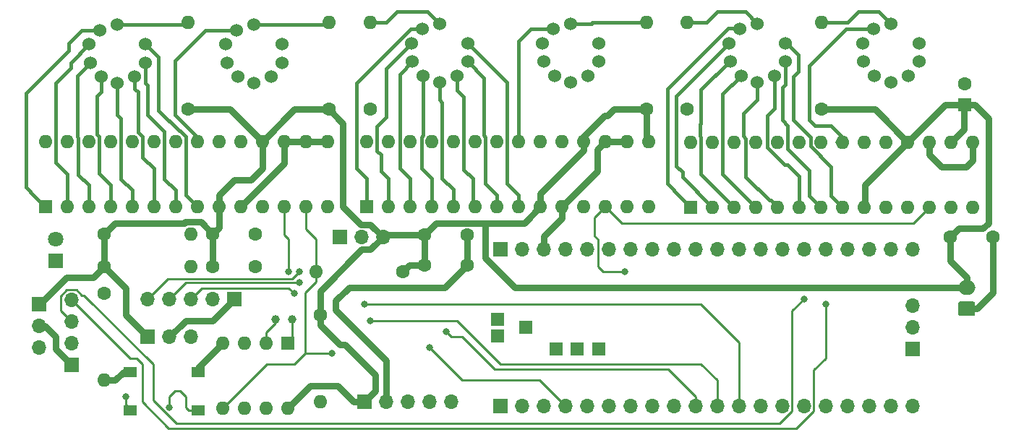
<source format=gtl>
%TF.GenerationSoftware,KiCad,Pcbnew,(5.1.6)-1*%
%TF.CreationDate,2022-10-31T22:29:44+09:00*%
%TF.ProjectId,watch,77617463-682e-46b6-9963-61645f706362,rev?*%
%TF.SameCoordinates,Original*%
%TF.FileFunction,Copper,L1,Top*%
%TF.FilePolarity,Positive*%
%FSLAX46Y46*%
G04 Gerber Fmt 4.6, Leading zero omitted, Abs format (unit mm)*
G04 Created by KiCad (PCBNEW (5.1.6)-1) date 2022-10-31 22:29:44*
%MOMM*%
%LPD*%
G01*
G04 APERTURE LIST*
%TA.AperFunction,ComponentPad*%
%ADD10C,1.000000*%
%TD*%
%TA.AperFunction,ComponentPad*%
%ADD11O,1.700000X1.700000*%
%TD*%
%TA.AperFunction,ComponentPad*%
%ADD12R,1.700000X1.700000*%
%TD*%
%TA.AperFunction,ComponentPad*%
%ADD13C,1.524000*%
%TD*%
%TA.AperFunction,ComponentPad*%
%ADD14O,1.600000X1.600000*%
%TD*%
%TA.AperFunction,ComponentPad*%
%ADD15R,1.600000X1.600000*%
%TD*%
%TA.AperFunction,SMDPad,CuDef*%
%ADD16R,1.500000X1.500000*%
%TD*%
%TA.AperFunction,SMDPad,CuDef*%
%ADD17R,1.550000X1.300000*%
%TD*%
%TA.AperFunction,ComponentPad*%
%ADD18C,1.600000*%
%TD*%
%TA.AperFunction,ComponentPad*%
%ADD19O,2.000000X1.700000*%
%TD*%
%TA.AperFunction,ComponentPad*%
%ADD20C,1.800000*%
%TD*%
%TA.AperFunction,ComponentPad*%
%ADD21R,1.800000X1.800000*%
%TD*%
%TA.AperFunction,ViaPad*%
%ADD22C,0.800000*%
%TD*%
%TA.AperFunction,Conductor*%
%ADD23C,0.800000*%
%TD*%
%TA.AperFunction,Conductor*%
%ADD24C,0.250000*%
%TD*%
%TA.AperFunction,Conductor*%
%ADD25C,0.400000*%
%TD*%
%TA.AperFunction,Conductor*%
%ADD26C,0.300000*%
%TD*%
G04 APERTURE END LIST*
D10*
%TO.P,Y1,1*%
%TO.N,Net-(U3-Pad1)*%
X51816000Y-56896000D03*
%TO.P,Y1,2*%
%TO.N,Net-(U3-Pad2)*%
X49916000Y-56896000D03*
%TD*%
D11*
%TO.P,J4,5*%
%TO.N,/1PPS*%
X70485000Y-66548000D03*
%TO.P,J4,4*%
%TO.N,/0TXD*%
X67945000Y-66548000D03*
%TO.P,J4,3*%
%TO.N,/0RXD*%
X65405000Y-66548000D03*
%TO.P,J4,2*%
%TO.N,GND*%
X62865000Y-66548000D03*
D12*
%TO.P,J4,1*%
%TO.N,+5V*%
X60325000Y-66548000D03*
%TD*%
D11*
%TO.P,JP2,3*%
%TO.N,+3V3*%
X40005000Y-58928000D03*
%TO.P,JP2,2*%
%TO.N,Net-(J2-Pad1)*%
X37465000Y-58928000D03*
D12*
%TO.P,JP2,1*%
%TO.N,+5V*%
X34925000Y-58928000D03*
%TD*%
D11*
%TO.P,J3,4*%
%TO.N,/I2C1SDA*%
X26035000Y-54610000D03*
%TO.P,J3,3*%
%TO.N,/I2C1SCL*%
X26035000Y-57150000D03*
%TO.P,J3,2*%
%TO.N,GND*%
X26035000Y-59690000D03*
D12*
%TO.P,J3,1*%
%TO.N,Net-(J3-Pad1)*%
X26035000Y-62230000D03*
%TD*%
D13*
%TO.P,U9,9*%
%TO.N,Net-(U6-Pad28)*%
X87757000Y-24511000D03*
%TO.P,U9,8*%
%TO.N,Net-(U6-Pad27)*%
X87757000Y-26670000D03*
%TO.P,U9,7*%
%TO.N,Net-(U6-Pad26)*%
X86487000Y-28321000D03*
%TO.P,U9,6*%
%TO.N,Net-(U6-Pad25)*%
X84455000Y-29083000D03*
%TO.P,U9,5*%
%TO.N,Net-(U6-Pad24)*%
X82550000Y-28321000D03*
%TO.P,U9,4*%
%TO.N,Net-(U6-Pad23)*%
X81280000Y-26670000D03*
%TO.P,U9,3*%
%TO.N,Net-(U6-Pad22)*%
X81153000Y-24511000D03*
%TO.P,U9,2*%
%TO.N,Net-(U6-Pad21)*%
X82423000Y-22860000D03*
%TO.P,U9,1*%
%TO.N,Net-(R10-Pad2)*%
X84455000Y-22225000D03*
%TD*%
D14*
%TO.P,U6,28*%
%TO.N,Net-(U6-Pad28)*%
X60590000Y-36072000D03*
%TO.P,U6,14*%
%TO.N,Net-(U6-Pad14)*%
X93610000Y-43692000D03*
%TO.P,U6,27*%
%TO.N,Net-(U6-Pad27)*%
X63130000Y-36072000D03*
%TO.P,U6,13*%
%TO.N,SDA*%
X91070000Y-43692000D03*
%TO.P,U6,26*%
%TO.N,Net-(U6-Pad26)*%
X65670000Y-36072000D03*
%TO.P,U6,12*%
%TO.N,SCK*%
X88530000Y-43692000D03*
%TO.P,U6,25*%
%TO.N,Net-(U6-Pad25)*%
X68210000Y-36072000D03*
%TO.P,U6,11*%
%TO.N,Net-(U6-Pad11)*%
X85990000Y-43692000D03*
%TO.P,U6,24*%
%TO.N,Net-(U6-Pad24)*%
X70750000Y-36072000D03*
%TO.P,U6,10*%
%TO.N,GND*%
X83450000Y-43692000D03*
%TO.P,U6,23*%
%TO.N,Net-(U6-Pad23)*%
X73290000Y-36072000D03*
%TO.P,U6,9*%
%TO.N,+5V*%
X80910000Y-43692000D03*
%TO.P,U6,22*%
%TO.N,Net-(U6-Pad22)*%
X75830000Y-36072000D03*
%TO.P,U6,8*%
%TO.N,Net-(U6-Pad8)*%
X78370000Y-43692000D03*
%TO.P,U6,21*%
%TO.N,Net-(U6-Pad21)*%
X78370000Y-36072000D03*
%TO.P,U6,7*%
%TO.N,Net-(U6-Pad7)*%
X75830000Y-43692000D03*
%TO.P,U6,20*%
%TO.N,Net-(U6-Pad20)*%
X80910000Y-36072000D03*
%TO.P,U6,6*%
%TO.N,Net-(U6-Pad6)*%
X73290000Y-43692000D03*
%TO.P,U6,19*%
%TO.N,Net-(U6-Pad19)*%
X83450000Y-36072000D03*
%TO.P,U6,5*%
%TO.N,Net-(U6-Pad5)*%
X70750000Y-43692000D03*
%TO.P,U6,18*%
%TO.N,+5V*%
X85990000Y-36072000D03*
%TO.P,U6,4*%
%TO.N,Net-(U6-Pad4)*%
X68210000Y-43692000D03*
%TO.P,U6,17*%
%TO.N,GND*%
X88530000Y-36072000D03*
%TO.P,U6,3*%
%TO.N,Net-(U6-Pad3)*%
X65670000Y-43692000D03*
%TO.P,U6,16*%
%TO.N,GND*%
X91070000Y-36072000D03*
%TO.P,U6,2*%
%TO.N,Net-(U6-Pad2)*%
X63130000Y-43692000D03*
%TO.P,U6,15*%
%TO.N,+5V*%
X93610000Y-36072000D03*
D15*
%TO.P,U6,1*%
%TO.N,Net-(U6-Pad1)*%
X60590000Y-43692000D03*
%TD*%
D13*
%TO.P,U5,9*%
%TO.N,Net-(U2-Pad28)*%
X50673000Y-24638000D03*
%TO.P,U5,8*%
%TO.N,Net-(U2-Pad27)*%
X50673000Y-26797000D03*
%TO.P,U5,7*%
%TO.N,Net-(U2-Pad26)*%
X49403000Y-28448000D03*
%TO.P,U5,6*%
%TO.N,Net-(U2-Pad25)*%
X47371000Y-29210000D03*
%TO.P,U5,5*%
%TO.N,Net-(U2-Pad24)*%
X45466000Y-28448000D03*
%TO.P,U5,4*%
%TO.N,Net-(U2-Pad23)*%
X44196000Y-26797000D03*
%TO.P,U5,3*%
%TO.N,Net-(U2-Pad22)*%
X44069000Y-24638000D03*
%TO.P,U5,2*%
%TO.N,Net-(U2-Pad21)*%
X45339000Y-22987000D03*
%TO.P,U5,1*%
%TO.N,Net-(R8-Pad2)*%
X47371000Y-22352000D03*
%TD*%
%TO.P,U11,9*%
%TO.N,Net-(U11-Pad9)*%
X125222000Y-24511000D03*
%TO.P,U11,8*%
%TO.N,Net-(U11-Pad8)*%
X125222000Y-26670000D03*
%TO.P,U11,7*%
%TO.N,Net-(U11-Pad7)*%
X123952000Y-28321000D03*
%TO.P,U11,6*%
%TO.N,Net-(U11-Pad6)*%
X121920000Y-29083000D03*
%TO.P,U11,5*%
%TO.N,Net-(U11-Pad5)*%
X120015000Y-28321000D03*
%TO.P,U11,4*%
%TO.N,Net-(U11-Pad4)*%
X118745000Y-26670000D03*
%TO.P,U11,3*%
%TO.N,Net-(U11-Pad3)*%
X118618000Y-24511000D03*
%TO.P,U11,2*%
%TO.N,Net-(U11-Pad2)*%
X119888000Y-22860000D03*
%TO.P,U11,1*%
%TO.N,Net-(R12-Pad2)*%
X121920000Y-22225000D03*
%TD*%
%TO.P,U10,9*%
%TO.N,Net-(U10-Pad9)*%
X109600000Y-24511000D03*
%TO.P,U10,8*%
%TO.N,Net-(U10-Pad8)*%
X109600000Y-26670000D03*
%TO.P,U10,7*%
%TO.N,Net-(U10-Pad7)*%
X108330000Y-28321000D03*
%TO.P,U10,6*%
%TO.N,Net-(U10-Pad6)*%
X106298000Y-29083000D03*
%TO.P,U10,5*%
%TO.N,Net-(U10-Pad5)*%
X104393000Y-28321000D03*
%TO.P,U10,4*%
%TO.N,Net-(U10-Pad4)*%
X103123000Y-26670000D03*
%TO.P,U10,3*%
%TO.N,Net-(U10-Pad3)*%
X102996000Y-24511000D03*
%TO.P,U10,2*%
%TO.N,Net-(U10-Pad2)*%
X104266000Y-22860000D03*
%TO.P,U10,1*%
%TO.N,Net-(R11-Pad2)*%
X106298000Y-22225000D03*
%TD*%
%TO.P,U8,9*%
%TO.N,Net-(U6-Pad8)*%
X72412000Y-24509000D03*
%TO.P,U8,8*%
%TO.N,Net-(U6-Pad7)*%
X72412000Y-26668000D03*
%TO.P,U8,7*%
%TO.N,Net-(U6-Pad6)*%
X71142000Y-28319000D03*
%TO.P,U8,6*%
%TO.N,Net-(U6-Pad5)*%
X69110000Y-29081000D03*
%TO.P,U8,5*%
%TO.N,Net-(U6-Pad4)*%
X67205000Y-28319000D03*
%TO.P,U8,4*%
%TO.N,Net-(U6-Pad3)*%
X65935000Y-26668000D03*
%TO.P,U8,3*%
%TO.N,Net-(U6-Pad2)*%
X65808000Y-24509000D03*
%TO.P,U8,2*%
%TO.N,Net-(U6-Pad1)*%
X67078000Y-22858000D03*
%TO.P,U8,1*%
%TO.N,Net-(R9-Pad2)*%
X69110000Y-22223000D03*
%TD*%
D14*
%TO.P,U7,28*%
%TO.N,Net-(U11-Pad9)*%
X98516000Y-36106000D03*
%TO.P,U7,14*%
%TO.N,Net-(U7-Pad14)*%
X131536000Y-43726000D03*
%TO.P,U7,27*%
%TO.N,Net-(U11-Pad8)*%
X101056000Y-36106000D03*
%TO.P,U7,13*%
%TO.N,SDA*%
X128996000Y-43726000D03*
%TO.P,U7,26*%
%TO.N,Net-(U11-Pad7)*%
X103596000Y-36106000D03*
%TO.P,U7,12*%
%TO.N,SCK*%
X126456000Y-43726000D03*
%TO.P,U7,25*%
%TO.N,Net-(U11-Pad6)*%
X106136000Y-36106000D03*
%TO.P,U7,11*%
%TO.N,Net-(U7-Pad11)*%
X123916000Y-43726000D03*
%TO.P,U7,24*%
%TO.N,Net-(U11-Pad5)*%
X108676000Y-36106000D03*
%TO.P,U7,10*%
%TO.N,GND*%
X121376000Y-43726000D03*
%TO.P,U7,23*%
%TO.N,Net-(U11-Pad4)*%
X111216000Y-36106000D03*
%TO.P,U7,9*%
%TO.N,+5V*%
X118836000Y-43726000D03*
%TO.P,U7,22*%
%TO.N,Net-(U11-Pad3)*%
X113756000Y-36106000D03*
%TO.P,U7,8*%
%TO.N,Net-(U10-Pad9)*%
X116296000Y-43726000D03*
%TO.P,U7,21*%
%TO.N,Net-(U11-Pad2)*%
X116296000Y-36106000D03*
%TO.P,U7,7*%
%TO.N,Net-(U10-Pad8)*%
X113756000Y-43726000D03*
%TO.P,U7,20*%
%TO.N,Net-(U7-Pad20)*%
X118836000Y-36106000D03*
%TO.P,U7,6*%
%TO.N,Net-(U10-Pad7)*%
X111216000Y-43726000D03*
%TO.P,U7,19*%
%TO.N,Net-(U7-Pad19)*%
X121376000Y-36106000D03*
%TO.P,U7,5*%
%TO.N,Net-(U10-Pad6)*%
X108676000Y-43726000D03*
%TO.P,U7,18*%
%TO.N,+5V*%
X123916000Y-36106000D03*
%TO.P,U7,4*%
%TO.N,Net-(U10-Pad5)*%
X106136000Y-43726000D03*
%TO.P,U7,17*%
%TO.N,GND*%
X126456000Y-36106000D03*
%TO.P,U7,3*%
%TO.N,Net-(U10-Pad4)*%
X103596000Y-43726000D03*
%TO.P,U7,16*%
%TO.N,+5V*%
X128996000Y-36106000D03*
%TO.P,U7,2*%
%TO.N,Net-(U10-Pad3)*%
X101056000Y-43726000D03*
%TO.P,U7,15*%
%TO.N,GND*%
X131536000Y-36106000D03*
D15*
%TO.P,U7,1*%
%TO.N,Net-(U10-Pad2)*%
X98516000Y-43726000D03*
%TD*%
D13*
%TO.P,U4,9*%
%TO.N,Net-(U2-Pad8)*%
X34671000Y-24638000D03*
%TO.P,U4,8*%
%TO.N,Net-(U2-Pad7)*%
X34671000Y-26797000D03*
%TO.P,U4,7*%
%TO.N,Net-(U2-Pad6)*%
X33401000Y-28448000D03*
%TO.P,U4,6*%
%TO.N,Net-(U2-Pad5)*%
X31369000Y-29210000D03*
%TO.P,U4,5*%
%TO.N,Net-(U2-Pad4)*%
X29464000Y-28448000D03*
%TO.P,U4,4*%
%TO.N,Net-(U2-Pad3)*%
X28194000Y-26797000D03*
%TO.P,U4,3*%
%TO.N,Net-(U2-Pad2)*%
X28067000Y-24638000D03*
%TO.P,U4,2*%
%TO.N,Net-(U2-Pad1)*%
X29337000Y-22987000D03*
%TO.P,U4,1*%
%TO.N,Net-(R7-Pad2)*%
X31369000Y-22352000D03*
%TD*%
D14*
%TO.P,U3,8*%
%TO.N,+5V*%
X51308000Y-67310000D03*
%TO.P,U3,4*%
%TO.N,GND*%
X43688000Y-59690000D03*
%TO.P,U3,7*%
%TO.N,Net-(U3-Pad7)*%
X48768000Y-67310000D03*
%TO.P,U3,3*%
%TO.N,+3V3*%
X46228000Y-59690000D03*
%TO.P,U3,6*%
%TO.N,SCK*%
X46228000Y-67310000D03*
%TO.P,U3,2*%
%TO.N,Net-(U3-Pad2)*%
X48768000Y-59690000D03*
%TO.P,U3,5*%
%TO.N,SDA*%
X43688000Y-67310000D03*
D15*
%TO.P,U3,1*%
%TO.N,Net-(U3-Pad1)*%
X51308000Y-59690000D03*
%TD*%
D14*
%TO.P,U2,28*%
%TO.N,Net-(U2-Pad28)*%
X22946000Y-36012000D03*
%TO.P,U2,14*%
%TO.N,Net-(U2-Pad14)*%
X55966000Y-43632000D03*
%TO.P,U2,27*%
%TO.N,Net-(U2-Pad27)*%
X25486000Y-36012000D03*
%TO.P,U2,13*%
%TO.N,SDA*%
X53426000Y-43632000D03*
%TO.P,U2,26*%
%TO.N,Net-(U2-Pad26)*%
X28026000Y-36012000D03*
%TO.P,U2,12*%
%TO.N,SCK*%
X50886000Y-43632000D03*
%TO.P,U2,25*%
%TO.N,Net-(U2-Pad25)*%
X30566000Y-36012000D03*
%TO.P,U2,11*%
%TO.N,Net-(U2-Pad11)*%
X48346000Y-43632000D03*
%TO.P,U2,24*%
%TO.N,Net-(U2-Pad24)*%
X33106000Y-36012000D03*
%TO.P,U2,10*%
%TO.N,GND*%
X45806000Y-43632000D03*
%TO.P,U2,23*%
%TO.N,Net-(U2-Pad23)*%
X35646000Y-36012000D03*
%TO.P,U2,9*%
%TO.N,+5V*%
X43266000Y-43632000D03*
%TO.P,U2,22*%
%TO.N,Net-(U2-Pad22)*%
X38186000Y-36012000D03*
%TO.P,U2,8*%
%TO.N,Net-(U2-Pad8)*%
X40726000Y-43632000D03*
%TO.P,U2,21*%
%TO.N,Net-(U2-Pad21)*%
X40726000Y-36012000D03*
%TO.P,U2,7*%
%TO.N,Net-(U2-Pad7)*%
X38186000Y-43632000D03*
%TO.P,U2,20*%
%TO.N,Net-(U2-Pad20)*%
X43266000Y-36012000D03*
%TO.P,U2,6*%
%TO.N,Net-(U2-Pad6)*%
X35646000Y-43632000D03*
%TO.P,U2,19*%
%TO.N,Net-(U2-Pad19)*%
X45806000Y-36012000D03*
%TO.P,U2,5*%
%TO.N,Net-(U2-Pad5)*%
X33106000Y-43632000D03*
%TO.P,U2,18*%
%TO.N,+5V*%
X48346000Y-36012000D03*
%TO.P,U2,4*%
%TO.N,Net-(U2-Pad4)*%
X30566000Y-43632000D03*
%TO.P,U2,17*%
%TO.N,GND*%
X50886000Y-36012000D03*
%TO.P,U2,3*%
%TO.N,Net-(U2-Pad3)*%
X28026000Y-43632000D03*
%TO.P,U2,16*%
%TO.N,GND*%
X53426000Y-36012000D03*
%TO.P,U2,2*%
%TO.N,Net-(U2-Pad2)*%
X25486000Y-43632000D03*
%TO.P,U2,15*%
%TO.N,GND*%
X55966000Y-36012000D03*
D15*
%TO.P,U2,1*%
%TO.N,Net-(U2-Pad1)*%
X22946000Y-43632000D03*
%TD*%
D16*
%TO.P,U1,TP3*%
%TO.N,N/C*%
X75930000Y-58826000D03*
%TO.P,U1,TP1*%
X79230000Y-57826000D03*
%TO.P,U1,TP5*%
X85230000Y-60326000D03*
%TO.P,U1,TP4*%
X82730000Y-60326000D03*
%TO.P,U1,TP2*%
X75930000Y-56826000D03*
%TO.P,U1,TP6*%
X87730000Y-60326000D03*
D11*
%TO.P,U1,43*%
%TO.N,Net-(U1-Pad43)*%
X124460000Y-55245000D03*
%TO.P,U1,42*%
%TO.N,Net-(U1-Pad42)*%
X124460000Y-57785000D03*
D12*
%TO.P,U1,41*%
%TO.N,Net-(U1-Pad41)*%
X124460000Y-60325000D03*
D11*
%TO.P,U1,2*%
%TO.N,/0TXD*%
X78740000Y-67056000D03*
%TO.P,U1,12*%
%TO.N,/1TXD*%
X104140000Y-67056000D03*
%TO.P,U1,11*%
%TO.N,/1RXD*%
X101600000Y-67056000D03*
%TO.P,U1,7*%
%TO.N,Net-(U1-Pad7)*%
X91440000Y-67056000D03*
%TO.P,U1,6*%
%TO.N,Net-(U1-Pad6)*%
X88900000Y-67056000D03*
%TO.P,U1,14*%
%TO.N,Net-(U1-Pad14)*%
X109220000Y-67056000D03*
%TO.P,U1,10*%
%TO.N,Net-(J2-Pad5)*%
X99060000Y-67056000D03*
%TO.P,U1,5*%
%TO.N,SCK*%
X86360000Y-67056000D03*
%TO.P,U1,9*%
%TO.N,Net-(U1-Pad9)*%
X96520000Y-67056000D03*
%TO.P,U1,17*%
%TO.N,Net-(U1-Pad17)*%
X116840000Y-67056000D03*
%TO.P,U1,13*%
%TO.N,Net-(U1-Pad13)*%
X106680000Y-67056000D03*
%TO.P,U1,8*%
%TO.N,Net-(U1-Pad8)*%
X93980000Y-67056000D03*
%TO.P,U1,19*%
%TO.N,/pullup*%
X121920000Y-67056000D03*
%TO.P,U1,15*%
%TO.N,Net-(U1-Pad15)*%
X111760000Y-67056000D03*
%TO.P,U1,4*%
%TO.N,SDA*%
X83820000Y-67056000D03*
%TO.P,U1,18*%
%TO.N,GND*%
X119380000Y-67056000D03*
%TO.P,U1,20*%
%TO.N,Net-(D1-Pad2)*%
X124460000Y-67056000D03*
%TO.P,U1,16*%
%TO.N,Net-(U1-Pad16)*%
X114300000Y-67056000D03*
%TO.P,U1,3*%
%TO.N,Net-(U1-Pad3)*%
X81280000Y-67056000D03*
D12*
%TO.P,U1,1*%
%TO.N,/0RXD*%
X76200000Y-67056000D03*
D11*
%TO.P,U1,39*%
%TO.N,Net-(JP1-Pad2)*%
X78740000Y-48641000D03*
%TO.P,U1,29*%
%TO.N,Net-(U1-Pad29)*%
X104140000Y-48641000D03*
%TO.P,U1,30*%
%TO.N,Net-(U1-Pad30)*%
X101600000Y-48641000D03*
%TO.P,U1,34*%
%TO.N,Net-(U1-Pad34)*%
X91440000Y-48641000D03*
%TO.P,U1,35*%
%TO.N,Net-(U1-Pad35)*%
X88900000Y-48641000D03*
%TO.P,U1,27*%
%TO.N,Net-(U1-Pad27)*%
X109220000Y-48641000D03*
%TO.P,U1,31*%
%TO.N,Net-(U1-Pad31)*%
X99060000Y-48641000D03*
%TO.P,U1,36*%
%TO.N,+3V3*%
X86360000Y-48641000D03*
%TO.P,U1,32*%
%TO.N,Net-(U1-Pad32)*%
X96520000Y-48641000D03*
%TO.P,U1,24*%
%TO.N,/I2C1SDA*%
X116840000Y-48641000D03*
%TO.P,U1,28*%
%TO.N,Net-(U1-Pad28)*%
X106680000Y-48641000D03*
%TO.P,U1,33*%
%TO.N,GND*%
X93980000Y-48641000D03*
%TO.P,U1,22*%
%TO.N,Net-(U1-Pad22)*%
X121920000Y-48641000D03*
%TO.P,U1,26*%
%TO.N,Net-(U1-Pad26)*%
X111760000Y-48641000D03*
%TO.P,U1,37*%
%TO.N,Net-(U1-Pad37)*%
X83820000Y-48641000D03*
%TO.P,U1,23*%
%TO.N,GND*%
X119380000Y-48641000D03*
%TO.P,U1,21*%
%TO.N,Net-(U1-Pad21)*%
X124460000Y-48641000D03*
%TO.P,U1,25*%
%TO.N,/I2C1SCL*%
X114300000Y-48641000D03*
%TO.P,U1,38*%
%TO.N,GND*%
X81280000Y-48641000D03*
D12*
%TO.P,U1,40*%
%TO.N,Net-(U1-Pad40)*%
X76200000Y-48641000D03*
%TD*%
D17*
%TO.P,SW1,2*%
%TO.N,/pullup*%
X40805000Y-67528000D03*
%TO.P,SW1,1*%
%TO.N,GND*%
X40805000Y-63028000D03*
X32855000Y-63028000D03*
%TO.P,SW1,2*%
%TO.N,/pullup*%
X32855000Y-67528000D03*
%TD*%
D14*
%TO.P,R12,2*%
%TO.N,Net-(R12-Pad2)*%
X113792000Y-22098000D03*
D18*
%TO.P,R12,1*%
%TO.N,+5V*%
X113792000Y-32258000D03*
%TD*%
D14*
%TO.P,R11,2*%
%TO.N,Net-(R11-Pad2)*%
X98044000Y-22098000D03*
D18*
%TO.P,R11,1*%
%TO.N,+5V*%
X98044000Y-32258000D03*
%TD*%
D14*
%TO.P,R10,2*%
%TO.N,Net-(R10-Pad2)*%
X93345000Y-22098000D03*
D18*
%TO.P,R10,1*%
%TO.N,+5V*%
X93345000Y-32258000D03*
%TD*%
D14*
%TO.P,R9,2*%
%TO.N,Net-(R9-Pad2)*%
X60960000Y-22098000D03*
D18*
%TO.P,R9,1*%
%TO.N,+5V*%
X60960000Y-32258000D03*
%TD*%
D14*
%TO.P,R8,2*%
%TO.N,Net-(R8-Pad2)*%
X56134000Y-22098000D03*
D18*
%TO.P,R8,1*%
%TO.N,+5V*%
X56134000Y-32258000D03*
%TD*%
D14*
%TO.P,R7,2*%
%TO.N,Net-(R7-Pad2)*%
X39624000Y-22098000D03*
D18*
%TO.P,R7,1*%
%TO.N,+5V*%
X39624000Y-32258000D03*
%TD*%
D14*
%TO.P,R6,2*%
%TO.N,SDA*%
X54610000Y-51308000D03*
D18*
%TO.P,R6,1*%
%TO.N,+5V*%
X64770000Y-51308000D03*
%TD*%
D14*
%TO.P,R5,2*%
%TO.N,/I2C1SDA*%
X40005000Y-46863000D03*
D18*
%TO.P,R5,1*%
%TO.N,+5V*%
X29845000Y-46863000D03*
%TD*%
D14*
%TO.P,R4,2*%
%TO.N,SCK*%
X55118000Y-66548000D03*
D18*
%TO.P,R4,1*%
%TO.N,+5V*%
X55118000Y-56388000D03*
%TD*%
D14*
%TO.P,R3,2*%
%TO.N,/I2C1SCL*%
X40005000Y-50673000D03*
D18*
%TO.P,R3,1*%
%TO.N,+5V*%
X29845000Y-50673000D03*
%TD*%
D14*
%TO.P,R2,2*%
%TO.N,GND*%
X29845000Y-64008000D03*
D18*
%TO.P,R2,1*%
%TO.N,Net-(D1-Pad1)*%
X29845000Y-53848000D03*
%TD*%
D11*
%TO.P,JP3,3*%
%TO.N,+3V3*%
X22225000Y-60198000D03*
%TO.P,JP3,2*%
%TO.N,Net-(J3-Pad1)*%
X22225000Y-57658000D03*
D12*
%TO.P,JP3,1*%
%TO.N,+5V*%
X22225000Y-55118000D03*
%TD*%
%TO.P,JP1,1*%
%TO.N,Net-(JP1-Pad1)*%
X57404000Y-47244000D03*
D11*
%TO.P,JP1,2*%
%TO.N,Net-(JP1-Pad2)*%
X59944000Y-47244000D03*
%TO.P,JP1,3*%
%TO.N,+5V*%
X62484000Y-47244000D03*
%TD*%
%TO.P,J2,5*%
%TO.N,Net-(J2-Pad5)*%
X34925000Y-54483000D03*
%TO.P,J2,4*%
%TO.N,/1TXD*%
X37465000Y-54483000D03*
%TO.P,J2,3*%
%TO.N,/1RXD*%
X40005000Y-54483000D03*
%TO.P,J2,2*%
%TO.N,GND*%
X42545000Y-54483000D03*
D12*
%TO.P,J2,1*%
%TO.N,Net-(J2-Pad1)*%
X45085000Y-54483000D03*
%TD*%
D19*
%TO.P,J1,2*%
%TO.N,+5V*%
X130810000Y-53126000D03*
%TO.P,J1,1*%
%TO.N,GND*%
%TA.AperFunction,ComponentPad*%
G36*
G01*
X131560000Y-56476000D02*
X130060000Y-56476000D01*
G75*
G02*
X129810000Y-56226000I0J250000D01*
G01*
X129810000Y-55026000D01*
G75*
G02*
X130060000Y-54776000I250000J0D01*
G01*
X131560000Y-54776000D01*
G75*
G02*
X131810000Y-55026000I0J-250000D01*
G01*
X131810000Y-56226000D01*
G75*
G02*
X131560000Y-56476000I-250000J0D01*
G01*
G37*
%TD.AperFunction*%
%TD*%
D20*
%TO.P,D1,2*%
%TO.N,Net-(D1-Pad2)*%
X24130000Y-47498000D03*
D21*
%TO.P,D1,1*%
%TO.N,Net-(D1-Pad1)*%
X24130000Y-50038000D03*
%TD*%
D18*
%TO.P,C6,2*%
%TO.N,GND*%
X133905000Y-47244000D03*
%TO.P,C6,1*%
%TO.N,+5V*%
X128905000Y-47244000D03*
%TD*%
%TO.P,C5,2*%
%TO.N,GND*%
X72310000Y-46990000D03*
%TO.P,C5,1*%
%TO.N,+5V*%
X67310000Y-46990000D03*
%TD*%
%TO.P,C4,2*%
%TO.N,GND*%
X72310000Y-50546000D03*
%TO.P,C4,1*%
%TO.N,+5V*%
X67310000Y-50546000D03*
%TD*%
%TO.P,C3,2*%
%TO.N,GND*%
X47545000Y-46863000D03*
%TO.P,C3,1*%
%TO.N,+5V*%
X42545000Y-46863000D03*
%TD*%
%TO.P,C2,2*%
%TO.N,GND*%
X47545000Y-50673000D03*
%TO.P,C2,1*%
%TO.N,+5V*%
X42545000Y-50673000D03*
%TD*%
%TO.P,C1,2*%
%TO.N,GND*%
X130556000Y-29250000D03*
D15*
%TO.P,C1,1*%
%TO.N,+5V*%
X130556000Y-31750000D03*
%TD*%
D22*
%TO.N,Net-(J2-Pad5)*%
X52705000Y-51308000D03*
X69850000Y-58293000D03*
%TO.N,/I2C1SDA*%
X114300000Y-55118000D03*
%TO.N,/I2C1SCL*%
X111760000Y-54483000D03*
%TO.N,SCK*%
X51435000Y-51308000D03*
X90805000Y-51308000D03*
%TO.N,SDA*%
X56515000Y-60833000D03*
X67945000Y-60198000D03*
%TO.N,/pullup*%
X37465000Y-67183000D03*
X32385000Y-65913000D03*
%TO.N,/1TXD*%
X52705000Y-52578000D03*
X60325000Y-55118000D03*
%TO.N,/1RXD*%
X52070000Y-53848000D03*
X60960000Y-57023000D03*
%TD*%
D23*
%TO.N,+5V*%
X130810000Y-53126000D02*
X130810000Y-51943000D01*
X128905000Y-50038000D02*
X128905000Y-47244000D01*
X130810000Y-51943000D02*
X128905000Y-50038000D01*
X67310000Y-50546000D02*
X67310000Y-46990000D01*
X62738000Y-46990000D02*
X62484000Y-47244000D01*
X67310000Y-46990000D02*
X62738000Y-46990000D01*
X128272000Y-31750000D02*
X123916000Y-36106000D01*
X130556000Y-31750000D02*
X128272000Y-31750000D01*
X123916000Y-36106000D02*
X118874000Y-41148000D01*
X118874000Y-43688000D02*
X118836000Y-43726000D01*
X118874000Y-41148000D02*
X118874000Y-43688000D01*
X120068000Y-32258000D02*
X123916000Y-36106000D01*
X113792000Y-32258000D02*
X120068000Y-32258000D01*
X79012001Y-45589999D02*
X80910000Y-43692000D01*
X67310000Y-46990000D02*
X68710001Y-45589999D01*
X80910000Y-43692000D02*
X80910000Y-42153000D01*
X85990000Y-37073000D02*
X85990000Y-36072000D01*
X80910000Y-42153000D02*
X85990000Y-37073000D01*
X85990000Y-35422000D02*
X88392000Y-33020000D01*
X85990000Y-36072000D02*
X85990000Y-35422000D01*
X88392000Y-33020000D02*
X88773000Y-33020000D01*
X89535000Y-32258000D02*
X93345000Y-32258000D01*
X88773000Y-33020000D02*
X89535000Y-32258000D01*
X93345000Y-35807000D02*
X93610000Y-36072000D01*
X93345000Y-32258000D02*
X93345000Y-35807000D01*
X52100000Y-32258000D02*
X48346000Y-36012000D01*
X56134000Y-32258000D02*
X52100000Y-32258000D01*
X43266000Y-43632000D02*
X43266000Y-42332000D01*
X43266000Y-42332000D02*
X45085000Y-40513000D01*
X45085000Y-40513000D02*
X46990000Y-40513000D01*
X48346000Y-39157000D02*
X48346000Y-36012000D01*
X46990000Y-40513000D02*
X48346000Y-39157000D01*
X43266000Y-46142000D02*
X42545000Y-46863000D01*
X43266000Y-43632000D02*
X43266000Y-46142000D01*
X42545000Y-46863000D02*
X42545000Y-50673000D01*
X44592000Y-32258000D02*
X48346000Y-36012000D01*
X39624000Y-32258000D02*
X44592000Y-32258000D01*
X65532000Y-50546000D02*
X64770000Y-51308000D01*
X67310000Y-50546000D02*
X65532000Y-50546000D01*
X57785000Y-59817000D02*
X58039000Y-59817000D01*
X58039000Y-59817000D02*
X57404000Y-59817000D01*
X55118000Y-57531000D02*
X55118000Y-56388000D01*
X57404000Y-59817000D02*
X55118000Y-57531000D01*
X56134000Y-32258000D02*
X57785000Y-33909000D01*
X57785000Y-33909000D02*
X57785000Y-43688000D01*
X61033999Y-45793999D02*
X62484000Y-47244000D01*
X59890999Y-45793999D02*
X61033999Y-45793999D01*
X57785000Y-43688000D02*
X59890999Y-45793999D01*
X29845000Y-50673000D02*
X29845000Y-46863000D01*
X29845000Y-46863000D02*
X31115000Y-45593000D01*
X41144999Y-45462999D02*
X42545000Y-46863000D01*
X39332999Y-45462999D02*
X41144999Y-45462999D01*
X39202998Y-45593000D02*
X39332999Y-45462999D01*
X31115000Y-45593000D02*
X39202998Y-45593000D01*
X61595000Y-65278000D02*
X60325000Y-66548000D01*
X58039000Y-59817000D02*
X61595000Y-63373000D01*
X61595000Y-63373000D02*
X61595000Y-65278000D01*
X60325000Y-66548000D02*
X59055000Y-66548000D01*
X59055000Y-66548000D02*
X57150000Y-64643000D01*
X53975000Y-64643000D02*
X51308000Y-67310000D01*
X57150000Y-64643000D02*
X53975000Y-64643000D01*
X28575000Y-51943000D02*
X29845000Y-50673000D01*
X25400000Y-51943000D02*
X28575000Y-51943000D01*
X22606000Y-55118000D02*
X22606000Y-54737000D01*
X22606000Y-54737000D02*
X25400000Y-51943000D01*
X130556000Y-31750000D02*
X131749800Y-31750000D01*
X129921000Y-46228000D02*
X128905000Y-47244000D01*
X131749800Y-31750000D02*
X133350000Y-33350200D01*
X133350000Y-45593000D02*
X132715000Y-46228000D01*
X133350000Y-33350200D02*
X133350000Y-45593000D01*
X132715000Y-46228000D02*
X129921000Y-46228000D01*
X128996000Y-36106000D02*
X130467100Y-34634900D01*
X130467100Y-31838900D02*
X130556000Y-31750000D01*
X130467100Y-34634900D02*
X130467100Y-31838900D01*
X74425001Y-45589999D02*
X74425001Y-49646003D01*
X77904998Y-53126000D02*
X130810000Y-53126000D01*
X74425001Y-45589999D02*
X79012001Y-45589999D01*
X74425001Y-49646003D02*
X77904998Y-53126000D01*
X68710001Y-45589999D02*
X74425001Y-45589999D01*
X33655000Y-57658000D02*
X34925000Y-58928000D01*
X32385000Y-56388000D02*
X33655000Y-57658000D01*
X29845000Y-50673000D02*
X32385000Y-53213000D01*
X32385000Y-53213000D02*
X32385000Y-56388000D01*
X59979899Y-48694001D02*
X61033999Y-48694001D01*
X55118000Y-56388000D02*
X55118000Y-53555900D01*
X61033999Y-48694001D02*
X62484000Y-47244000D01*
X55118000Y-53555900D02*
X59979899Y-48694001D01*
D24*
%TO.N,Net-(J2-Pad5)*%
X37280010Y-52127990D02*
X51885010Y-52127990D01*
X34925000Y-54483000D02*
X37280010Y-52127990D01*
X51885010Y-52127990D02*
X52705000Y-51308000D01*
X52705000Y-51308000D02*
X52705000Y-51308000D01*
X99060000Y-65913000D02*
X99060000Y-67056000D01*
X70485000Y-58928000D02*
X71755000Y-58928000D01*
X95885000Y-62738000D02*
X99060000Y-65913000D01*
X69850000Y-58293000D02*
X70485000Y-58928000D01*
X71755000Y-58928000D02*
X75565000Y-62738000D01*
X75565000Y-62738000D02*
X95885000Y-62738000D01*
%TO.N,/I2C1SDA*%
X34290000Y-62104410D02*
X33653590Y-61468000D01*
X32893000Y-61468000D02*
X27210001Y-55785001D01*
X37391990Y-69649990D02*
X34290000Y-66548000D01*
X114300000Y-61468000D02*
X112935001Y-62832999D01*
X112935001Y-67620001D02*
X110905012Y-69649990D01*
X33653590Y-61468000D02*
X32893000Y-61468000D01*
X114300000Y-55118000D02*
X114300000Y-61468000D01*
X27210001Y-55785001D02*
X26035000Y-54610000D01*
X34290000Y-66548000D02*
X34290000Y-62104410D01*
X112935001Y-62832999D02*
X112935001Y-67620001D01*
X110905012Y-69649990D02*
X37391990Y-69649990D01*
%TO.N,/I2C1SCL*%
X24765000Y-55880000D02*
X26035000Y-57150000D01*
X24765000Y-54140998D02*
X24765000Y-55880000D01*
X38296998Y-69088000D02*
X35560000Y-66351002D01*
X108927002Y-69088000D02*
X38296998Y-69088000D01*
X110395001Y-67620001D02*
X108927002Y-69088000D01*
X25470999Y-53434999D02*
X24765000Y-54140998D01*
X110395001Y-55847999D02*
X110395001Y-67620001D01*
X35560000Y-66351002D02*
X35560000Y-62103000D01*
X35560000Y-62103000D02*
X27502999Y-54045999D01*
X111760000Y-54483000D02*
X110395001Y-55847999D01*
X27502999Y-54045999D02*
X27210001Y-54045999D01*
X27210001Y-54045999D02*
X26599001Y-53434999D01*
X26599001Y-53434999D02*
X25470999Y-53434999D01*
D23*
%TO.N,Net-(J3-Pad1)*%
X22225000Y-57658000D02*
X22860000Y-57658000D01*
X22860000Y-57658000D02*
X24130000Y-58928000D01*
X24130000Y-60325000D02*
X26035000Y-62230000D01*
X24130000Y-58928000D02*
X24130000Y-60325000D01*
D24*
%TO.N,Net-(JP1-Pad2)*%
X78740000Y-48641000D02*
X78740000Y-48768000D01*
%TO.N,SCK*%
X50886000Y-43632000D02*
X50886000Y-46949000D01*
X50886000Y-46949000D02*
X51435000Y-47498000D01*
X51435000Y-47498000D02*
X51435000Y-51308000D01*
X51435000Y-51308000D02*
X51435000Y-51308000D01*
X88530000Y-43692000D02*
X90431000Y-45593000D01*
X124589000Y-45593000D02*
X126456000Y-43726000D01*
X90431000Y-45593000D02*
X124589000Y-45593000D01*
X88530000Y-43692000D02*
X87264000Y-44958000D01*
X87264000Y-44958000D02*
X87264000Y-47132000D01*
X87264000Y-47132000D02*
X87630000Y-47498000D01*
X87630000Y-50673000D02*
X88265000Y-51308000D01*
X87630000Y-47498000D02*
X87630000Y-50673000D01*
X88265000Y-51308000D02*
X90805000Y-51308000D01*
X90805000Y-51308000D02*
X90805000Y-51308000D01*
X54610000Y-66548000D02*
X55118000Y-66548000D01*
%TO.N,SDA*%
X43688000Y-67310000D02*
X48895000Y-62103000D01*
X48895000Y-62103000D02*
X52070000Y-62103000D01*
X54610000Y-52439370D02*
X54610000Y-51308000D01*
X52070000Y-62103000D02*
X53340000Y-60833000D01*
X53340000Y-53709370D02*
X54610000Y-52439370D01*
X53340000Y-60833000D02*
X53340000Y-53709370D01*
X54610000Y-51308000D02*
X54610000Y-47498000D01*
X53426000Y-46314000D02*
X53426000Y-43632000D01*
X54610000Y-47498000D02*
X53426000Y-46314000D01*
X53340000Y-60833000D02*
X56515000Y-60833000D01*
X75565000Y-64008000D02*
X80772000Y-64008000D01*
X80772000Y-64008000D02*
X83820000Y-67056000D01*
X75565000Y-64008000D02*
X73660000Y-64008000D01*
X73660000Y-64008000D02*
X73025000Y-64008000D01*
X73025000Y-64008000D02*
X71755000Y-64008000D01*
X71755000Y-64008000D02*
X67945000Y-60198000D01*
X67945000Y-60198000D02*
X67945000Y-60198000D01*
D25*
%TO.N,Net-(R7-Pad2)*%
X39370000Y-22352000D02*
X39624000Y-22098000D01*
X31369000Y-22352000D02*
X39370000Y-22352000D01*
%TO.N,Net-(R8-Pad2)*%
X55880000Y-22352000D02*
X56134000Y-22098000D01*
X47371000Y-22352000D02*
X55880000Y-22352000D01*
%TO.N,Net-(R9-Pad2)*%
X60960000Y-22098000D02*
X62865000Y-22098000D01*
X62865000Y-22098000D02*
X64135000Y-20828000D01*
X67715000Y-20828000D02*
X69110000Y-22223000D01*
X64135000Y-20828000D02*
X67715000Y-20828000D01*
%TO.N,Net-(R10-Pad2)*%
X84455000Y-22225000D02*
X86868000Y-22225000D01*
X86995000Y-22098000D02*
X93345000Y-22098000D01*
X86868000Y-22225000D02*
X86995000Y-22098000D01*
%TO.N,Net-(R11-Pad2)*%
X98044000Y-22098000D02*
X100330000Y-22098000D01*
X100330000Y-22098000D02*
X101600000Y-20828000D01*
X104901000Y-20828000D02*
X106298000Y-22225000D01*
X101600000Y-20828000D02*
X104901000Y-20828000D01*
%TO.N,Net-(R12-Pad2)*%
X113792000Y-22098000D02*
X116840000Y-22098000D01*
X116840000Y-22098000D02*
X118110000Y-20828000D01*
X120523000Y-20828000D02*
X121920000Y-22225000D01*
X118110000Y-20828000D02*
X120523000Y-20828000D01*
D24*
%TO.N,/pullup*%
X40805000Y-67528000D02*
X40985000Y-67528000D01*
X40805000Y-67528000D02*
X39715000Y-67528000D01*
X39715000Y-67528000D02*
X39370000Y-67183000D01*
X39370000Y-67183000D02*
X39370000Y-65913000D01*
X39370000Y-65913000D02*
X38735000Y-65278000D01*
X38735000Y-65278000D02*
X38100000Y-65278000D01*
X38100000Y-65278000D02*
X37465000Y-65913000D01*
X37465000Y-65913000D02*
X37465000Y-67183000D01*
X37465000Y-67183000D02*
X37465000Y-67183000D01*
X32855000Y-67528000D02*
X32855000Y-67348000D01*
X32855000Y-67348000D02*
X32385000Y-66878000D01*
X32385000Y-66878000D02*
X32385000Y-65913000D01*
X32385000Y-65913000D02*
X32385000Y-65913000D01*
%TO.N,Net-(U2-Pad28)*%
X22946000Y-35972000D02*
X22946000Y-36012000D01*
D25*
%TO.N,Net-(U2-Pad8)*%
X39386001Y-35435999D02*
X39386001Y-42292001D01*
X39386001Y-42292001D02*
X40726000Y-43632000D01*
X36195000Y-32385000D02*
X38608000Y-34798000D01*
X34671000Y-24638000D02*
X36195000Y-26162000D01*
X38748002Y-34798000D02*
X39386001Y-35435999D01*
X36195000Y-26162000D02*
X36195000Y-32385000D01*
X38608000Y-34798000D02*
X38748002Y-34798000D01*
%TO.N,Net-(U2-Pad21)*%
X40894000Y-35844000D02*
X40726000Y-36012000D01*
X41910000Y-22987000D02*
X45339000Y-22987000D01*
X40726000Y-35519000D02*
X38100000Y-32893000D01*
X38100000Y-26543000D02*
X41656000Y-22987000D01*
X40726000Y-36012000D02*
X40726000Y-35519000D01*
X38100000Y-32893000D02*
X38100000Y-26543000D01*
X41656000Y-22987000D02*
X41910000Y-22987000D01*
%TO.N,Net-(U2-Pad7)*%
X34671000Y-29210000D02*
X34671000Y-26797000D01*
X34925000Y-29464000D02*
X34671000Y-29210000D01*
X38186000Y-41742000D02*
X36846001Y-40402001D01*
X38186000Y-43632000D02*
X38186000Y-41742000D01*
X34925000Y-32893000D02*
X34925000Y-29464000D01*
X36846001Y-40402001D02*
X36846001Y-34814001D01*
X36846001Y-34814001D02*
X34925000Y-32893000D01*
%TO.N,Net-(U2-Pad6)*%
X35646000Y-39202000D02*
X35646000Y-43632000D01*
X34306001Y-37862001D02*
X35646000Y-39202000D01*
X33401000Y-28448000D02*
X33401000Y-29845000D01*
X33401000Y-29845000D02*
X33782000Y-30226000D01*
X34306001Y-35435999D02*
X34306001Y-37862001D01*
X33782000Y-30226000D02*
X33782000Y-34911998D01*
X33782000Y-34911998D02*
X34306001Y-35435999D01*
%TO.N,Net-(U2-Pad5)*%
X33106000Y-41742000D02*
X33106000Y-43632000D01*
X31766001Y-40402001D02*
X33106000Y-41742000D01*
X31369000Y-29210000D02*
X31369000Y-32893000D01*
X31766001Y-33290001D02*
X31766001Y-40402001D01*
X31369000Y-32893000D02*
X31766001Y-33290001D01*
%TO.N,Net-(U2-Pad4)*%
X29226001Y-35435999D02*
X29226001Y-39767001D01*
X28956000Y-35165998D02*
X29226001Y-35435999D01*
X30566000Y-41107000D02*
X30566000Y-43632000D01*
X29226001Y-39767001D02*
X30566000Y-41107000D01*
X29464000Y-28448000D02*
X29464000Y-30226000D01*
X28956000Y-30734000D02*
X28956000Y-35165998D01*
X29464000Y-30226000D02*
X28956000Y-30734000D01*
%TO.N,Net-(U2-Pad3)*%
X28026000Y-41107000D02*
X28026000Y-43632000D01*
X28194000Y-26797000D02*
X26670000Y-28321000D01*
X26825999Y-35575997D02*
X26825999Y-39906999D01*
X26670000Y-28321000D02*
X26670000Y-35419998D01*
X26670000Y-35419998D02*
X26825999Y-35575997D01*
X28026000Y-41107000D02*
X26825999Y-39906999D01*
%TO.N,Net-(U2-Pad2)*%
X28067000Y-24638000D02*
X25908000Y-26797000D01*
X25486000Y-39837000D02*
X25486000Y-43632000D01*
X24146001Y-38497001D02*
X25486000Y-39837000D01*
X25908000Y-26797000D02*
X25908000Y-27432000D01*
X24146001Y-29193999D02*
X24146001Y-38497001D01*
X25908000Y-27432000D02*
X24146001Y-29193999D01*
%TO.N,Net-(U2-Pad1)*%
X21745999Y-42431999D02*
X22946000Y-43632000D01*
X21730999Y-42431999D02*
X21745999Y-42431999D01*
X20701000Y-41402000D02*
X21730999Y-42431999D01*
X27178000Y-22987000D02*
X25654000Y-24511000D01*
X29337000Y-22987000D02*
X27178000Y-22987000D01*
X25654000Y-25400000D02*
X20701000Y-30353000D01*
X25654000Y-24511000D02*
X25654000Y-25400000D01*
X20701000Y-30353000D02*
X20701000Y-41402000D01*
D24*
%TO.N,Net-(U3-Pad2)*%
X49916000Y-56896000D02*
X49916000Y-57272000D01*
X48768000Y-58420000D02*
X48768000Y-59690000D01*
X49916000Y-57272000D02*
X48768000Y-58420000D01*
%TO.N,Net-(U3-Pad1)*%
X51816000Y-59182000D02*
X51308000Y-59690000D01*
X51816000Y-56896000D02*
X51816000Y-59182000D01*
D25*
%TO.N,Net-(U6-Pad8)*%
X77030001Y-40962001D02*
X78370000Y-42302000D01*
X78370000Y-42302000D02*
X78370000Y-43692000D01*
X72412000Y-24509000D02*
X77030001Y-29127001D01*
X77030001Y-29127001D02*
X77030001Y-40962001D01*
%TO.N,Net-(U6-Pad21)*%
X82423000Y-22860000D02*
X79756000Y-22860000D01*
X78370000Y-24246000D02*
X78370000Y-26151000D01*
X79756000Y-22860000D02*
X78370000Y-24246000D01*
X78370000Y-26151000D02*
X78370000Y-36072000D01*
%TO.N,Net-(U6-Pad7)*%
X72412000Y-26668000D02*
X74295000Y-28551000D01*
X75830000Y-42302000D02*
X75830000Y-43692000D01*
X74295000Y-35300998D02*
X74490001Y-35495999D01*
X74490001Y-35495999D02*
X74490001Y-40962001D01*
X74490001Y-40962001D02*
X75830000Y-42302000D01*
X74295000Y-28551000D02*
X74295000Y-35300998D01*
%TO.N,Net-(U6-Pad6)*%
X73025000Y-43427000D02*
X73290000Y-43692000D01*
X71142000Y-28319000D02*
X71142000Y-29994000D01*
X73025000Y-40376998D02*
X73025000Y-43427000D01*
X71142000Y-29994000D02*
X71950001Y-30802001D01*
X71950001Y-39301999D02*
X73025000Y-40376998D01*
X71950001Y-30802001D02*
X71950001Y-39301999D01*
%TO.N,Net-(U6-Pad5)*%
X70750000Y-41667000D02*
X70750000Y-43692000D01*
X69410001Y-40327001D02*
X70750000Y-41667000D01*
X69110000Y-29081000D02*
X69110000Y-31137000D01*
X69110000Y-31137000D02*
X69410001Y-31437001D01*
X69410001Y-31437001D02*
X69410001Y-40327001D01*
%TO.N,Net-(U6-Pad4)*%
X68210000Y-40397000D02*
X68210000Y-43692000D01*
X67009999Y-39196999D02*
X68210000Y-40397000D01*
X67009999Y-35495999D02*
X67009999Y-39196999D01*
X67205000Y-35300998D02*
X67009999Y-35495999D01*
X67205000Y-28319000D02*
X67205000Y-35300998D01*
%TO.N,Net-(U6-Pad3)*%
X65670000Y-40397000D02*
X65670000Y-43692000D01*
X64469999Y-39196999D02*
X65670000Y-40397000D01*
X65935000Y-26668000D02*
X64469999Y-28133001D01*
X64469999Y-28133001D02*
X64469999Y-39196999D01*
%TO.N,Net-(U6-Pad2)*%
X63130000Y-40397000D02*
X62230000Y-39497000D01*
X62230000Y-39497000D02*
X62230000Y-37592000D01*
X63130000Y-43692000D02*
X63130000Y-40397000D01*
X62230000Y-37592000D02*
X61790001Y-37152001D01*
X61790001Y-37152001D02*
X61790001Y-34221999D01*
X61790001Y-34221999D02*
X62865000Y-33147000D01*
X62865000Y-27452000D02*
X65808000Y-24509000D01*
X62865000Y-27452000D02*
X62865000Y-33147000D01*
%TO.N,Net-(U6-Pad1)*%
X59389999Y-39196999D02*
X60590000Y-40397000D01*
X60590000Y-40397000D02*
X60590000Y-43692000D01*
X67078000Y-22858000D02*
X65739238Y-22858000D01*
X65739238Y-22858000D02*
X59389999Y-29207239D01*
X59389999Y-29207239D02*
X59389999Y-39196999D01*
D26*
%TO.N,Net-(U11-Pad2)*%
X115608000Y-36106000D02*
X116296000Y-36106000D01*
D25*
X116296000Y-35524000D02*
X116296000Y-36106000D01*
X114935000Y-34163000D02*
X116296000Y-35524000D01*
X116713000Y-22860000D02*
X112395000Y-27178000D01*
X119888000Y-22860000D02*
X116713000Y-22860000D01*
X112395000Y-27178000D02*
X112395000Y-33528000D01*
X112395000Y-33528000D02*
X113030000Y-34163000D01*
X113030000Y-34163000D02*
X114935000Y-34163000D01*
%TO.N,Net-(U11-Pad3)*%
X118237000Y-24511000D02*
X118618000Y-24511000D01*
X113756000Y-36106000D02*
X113756000Y-35524000D01*
%TO.N,Net-(U10-Pad2)*%
X95758000Y-29881238D02*
X95758000Y-40968000D01*
X97315999Y-42525999D02*
X98516000Y-43726000D01*
X104266000Y-22712000D02*
X102927238Y-22712000D01*
X95758000Y-40968000D02*
X97315999Y-42525999D01*
X102927238Y-22712000D02*
X95758000Y-29881238D01*
%TO.N,Net-(U10-Pad7)*%
X109876001Y-38756001D02*
X111216000Y-40096000D01*
X108330000Y-32132000D02*
X107475999Y-32986001D01*
X111216000Y-40096000D02*
X111216000Y-43726000D01*
X108330000Y-28173000D02*
X108330000Y-32132000D01*
X109549999Y-38756001D02*
X109876001Y-38756001D01*
X107475999Y-32986001D02*
X107475999Y-36682001D01*
X107475999Y-36682001D02*
X109549999Y-38756001D01*
%TO.N,Net-(U10-Pad6)*%
X107876001Y-42926001D02*
X108676000Y-43726000D01*
X107696000Y-42926000D02*
X107876001Y-42926001D01*
X104935999Y-40165999D02*
X107696000Y-42926000D01*
X106298000Y-31116000D02*
X106298000Y-28935000D01*
X104681999Y-32732001D02*
X106298000Y-31116000D01*
X104681999Y-32732001D02*
X104681999Y-34256001D01*
X104648000Y-34290000D02*
X104648000Y-35381998D01*
X104935999Y-35669997D02*
X104935999Y-40165999D01*
X104648000Y-35381998D02*
X104935999Y-35669997D01*
X104681999Y-34256001D02*
X104648000Y-34290000D01*
%TO.N,Net-(U10-Pad9)*%
X111125000Y-25888000D02*
X109600000Y-24363000D01*
X111125000Y-27813000D02*
X111125000Y-25888000D01*
X110490000Y-28448000D02*
X111125000Y-27813000D01*
X116296000Y-43726000D02*
X114956001Y-42386001D01*
X112522000Y-35560000D02*
X110490000Y-33528000D01*
X114956001Y-39010001D02*
X112522000Y-36576000D01*
X110490000Y-33528000D02*
X110490000Y-28448000D01*
X114956001Y-42386001D02*
X114956001Y-39010001D01*
X112522000Y-36576000D02*
X112522000Y-35560000D01*
%TO.N,Net-(U10-Pad8)*%
X112416001Y-42386001D02*
X113756000Y-43726000D01*
X109876001Y-36851001D02*
X112416001Y-39391001D01*
X109876001Y-34184001D02*
X109876001Y-36851001D01*
X109600000Y-26670000D02*
X109600000Y-29338000D01*
X109600000Y-29338000D02*
X109220000Y-29718000D01*
X112416001Y-39391001D02*
X112416001Y-42386001D01*
X109220000Y-29718000D02*
X109220000Y-33528000D01*
X109220000Y-33528000D02*
X109876001Y-34184001D01*
%TO.N,Net-(U10-Pad4)*%
X99716001Y-35529999D02*
X99716001Y-39846001D01*
X103123000Y-26522000D02*
X99716001Y-29928999D01*
X99716001Y-33887999D02*
X99568000Y-34036000D01*
X99716001Y-29928999D02*
X99716001Y-33887999D01*
X99568000Y-34036000D02*
X99568000Y-35381998D01*
X99716001Y-39846001D02*
X103596000Y-43726000D01*
X99568000Y-35381998D02*
X99716001Y-35529999D01*
%TO.N,Net-(U10-Pad3)*%
X97536000Y-40206000D02*
X101056000Y-43726000D01*
X97536000Y-39624000D02*
X97536000Y-40206000D01*
X96843999Y-38931999D02*
X97536000Y-39624000D01*
X102996000Y-24511000D02*
X96843999Y-30663001D01*
X96843999Y-30663001D02*
X96843999Y-38931999D01*
%TO.N,Net-(U10-Pad5)*%
X106136000Y-43726000D02*
X102256001Y-39846001D01*
X102256001Y-30457999D02*
X104393000Y-28321000D01*
X102256001Y-39846001D02*
X102256001Y-30457999D01*
D24*
%TO.N,/1TXD*%
X37465000Y-54483000D02*
X39370000Y-52578000D01*
X39370000Y-52578000D02*
X50165000Y-52578000D01*
X50165000Y-52578000D02*
X50165000Y-52578000D01*
X50165000Y-52578000D02*
X52705000Y-52578000D01*
X104140000Y-67056000D02*
X104140000Y-60198000D01*
X60325000Y-55118000D02*
X97155000Y-55118000D01*
X104140000Y-60198000D02*
X104140000Y-59563000D01*
X104140000Y-59563000D02*
X99695000Y-55118000D01*
X99695000Y-55118000D02*
X97155000Y-55118000D01*
%TO.N,/1RXD*%
X51435000Y-53213000D02*
X52070000Y-53848000D01*
X40005000Y-54483000D02*
X41275000Y-53213000D01*
X41275000Y-53213000D02*
X51435000Y-53213000D01*
X71120000Y-57023000D02*
X60960000Y-57023000D01*
X76200000Y-62103000D02*
X71120000Y-57023000D01*
X99695000Y-62103000D02*
X76200000Y-62103000D01*
X101600000Y-67056000D02*
X101600000Y-64008000D01*
X101600000Y-64008000D02*
X99695000Y-62103000D01*
%TO.N,/0RXD*%
X76200000Y-67056000D02*
X76200000Y-67183000D01*
D23*
%TO.N,Net-(J2-Pad1)*%
X42545000Y-57023000D02*
X45085000Y-54483000D01*
X39370000Y-57023000D02*
X42545000Y-57023000D01*
X37465000Y-58928000D02*
X39370000Y-57023000D01*
%TO.N,GND*%
X50886000Y-38552000D02*
X50886000Y-36012000D01*
X45806000Y-43632000D02*
X50886000Y-38552000D01*
X50886000Y-36012000D02*
X55966000Y-36012000D01*
X88530000Y-36072000D02*
X91070000Y-36072000D01*
X83450000Y-43692000D02*
X87617300Y-39524700D01*
X87617300Y-36984700D02*
X88530000Y-36072000D01*
X87617300Y-39524700D02*
X87617300Y-36984700D01*
X81280000Y-48641000D02*
X81280000Y-47142400D01*
X83450000Y-44972400D02*
X83450000Y-43692000D01*
X81280000Y-47142400D02*
X83450000Y-44972400D01*
X131536000Y-36106000D02*
X131536000Y-38199500D01*
X131536000Y-38199500D02*
X130759200Y-38976300D01*
X130759200Y-38976300D02*
X127850900Y-38976300D01*
X126456000Y-37581400D02*
X126456000Y-36106000D01*
X127850900Y-38976300D02*
X126456000Y-37581400D01*
X130810000Y-55626000D02*
X131991100Y-55626000D01*
X133905000Y-53712100D02*
X133905000Y-47244000D01*
X131991100Y-55626000D02*
X133905000Y-53712100D01*
X40805000Y-62573000D02*
X43688000Y-59690000D01*
X40805000Y-63028000D02*
X40805000Y-62573000D01*
X26275002Y-59690000D02*
X26035000Y-59690000D01*
X72310000Y-50546000D02*
X72310000Y-46990000D01*
X32855000Y-63028000D02*
X32095000Y-63028000D01*
X31115000Y-64008000D02*
X29845000Y-64008000D01*
X32095000Y-63028000D02*
X31115000Y-64008000D01*
X69744600Y-53111400D02*
X72310000Y-50546000D01*
X62865000Y-61678002D02*
X56970701Y-55783703D01*
X62865000Y-66548000D02*
X62865000Y-61678002D01*
X56970701Y-55783703D02*
X56970701Y-54662299D01*
X56970701Y-54662299D02*
X58521600Y-53111400D01*
X58521600Y-53111400D02*
X69744600Y-53111400D01*
%TD*%
M02*

</source>
